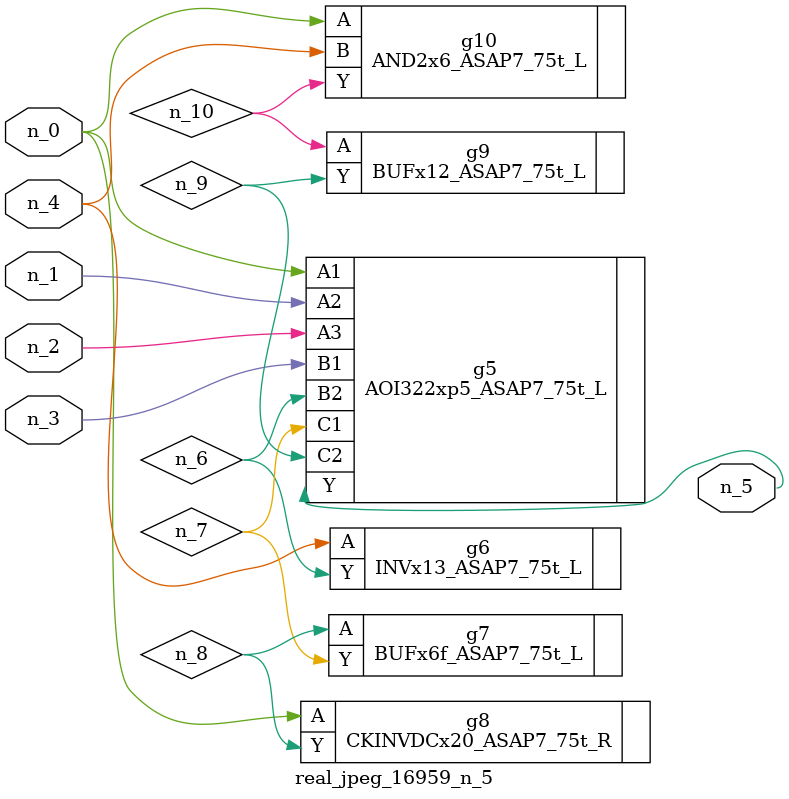
<source format=v>
module real_jpeg_16959_n_5 (n_4, n_0, n_1, n_2, n_3, n_5);

input n_4;
input n_0;
input n_1;
input n_2;
input n_3;

output n_5;

wire n_8;
wire n_6;
wire n_7;
wire n_10;
wire n_9;

AOI322xp5_ASAP7_75t_L g5 ( 
.A1(n_0),
.A2(n_1),
.A3(n_2),
.B1(n_3),
.B2(n_6),
.C1(n_7),
.C2(n_9),
.Y(n_5)
);

CKINVDCx20_ASAP7_75t_R g8 ( 
.A(n_0),
.Y(n_8)
);

AND2x6_ASAP7_75t_L g10 ( 
.A(n_0),
.B(n_4),
.Y(n_10)
);

INVx13_ASAP7_75t_L g6 ( 
.A(n_4),
.Y(n_6)
);

BUFx6f_ASAP7_75t_L g7 ( 
.A(n_8),
.Y(n_7)
);

BUFx12_ASAP7_75t_L g9 ( 
.A(n_10),
.Y(n_9)
);


endmodule
</source>
